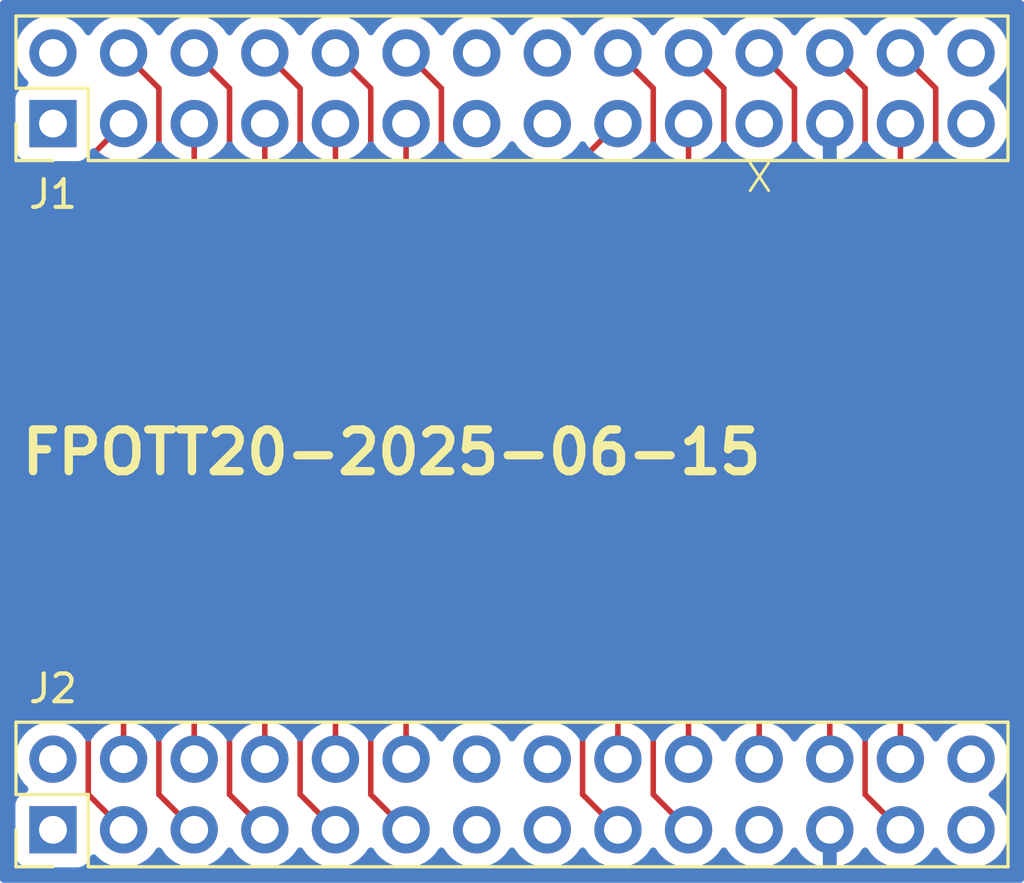
<source format=kicad_pcb>
(kicad_pcb (version 20221018) (generator pcbnew)
  (layers (0 "F.Cu" signal) (31 "B.Cu" signal) (34 "B.Paste" user) (35 "F.Paste" user) (36 "B.SilkS" user "B.Silkscreen") (37 "F.SilkS" user "F.Silkscreen") (38 "B.Mask" user) (39 "F.Mask" user) (44 "Edge.Cuts" user))
  (net 0 "")
  (net 3 "Net-(J1-Pin_3)")
  (net 4 "Net-(J1-Pin_4)")
  (net 5 "Net-(J1-Pin_5)")
  (net 6 "Net-(J1-Pin_6)")
  (net 7 "Net-(J1-Pin_7)")
  (net 8 "Net-(J1-Pin_8)")
  (net 9 "Net-(J1-Pin_9)")
  (net 10 "Net-(J1-Pin_10)")
  (net 11 "Net-(J1-Pin_11)")
  (net 12 "Net-(J1-Pin_12)")
  (net 17 "Net-(J1-Pin_17)")
  (net 18 "Net-(J1-Pin_18)")
  (net 19 "Net-(J1-Pin_19)")
  (net 20 "Net-(J1-Pin_20)")
  (net 22 "Net-(J1-Pin_22)")
  (net 23 "GND")
  (net 24 "Net-(J1-Pin_24)")
  (net 25 "Net-(J1-Pin_25)")
  (net 26 "Net-(J1-Pin_26)")
  (footprint "Connector_PinHeader_2.54mm:PinHeader_2x14_P2.54mm_Vertical" (layer "F.Cu") (at 2.54 30.48 90)
    (fp_text reference "J2" (at 5.08 0 180) (layer "F.SilkS"))
    (fp_text value "CPU")
    (fp_line (start -1.33 -1.33) (end 0 -1.33) (stroke (width 0.12)) (layer "F.SilkS"))
    (fp_line (start -1.33 0) (end -1.33 -1.33) (stroke (width 0.12)) (layer "F.SilkS"))
    (fp_line (start -1.33 1.27) (end -1.33 34.35) (stroke (width 0.12)) (layer "F.SilkS"))
    (fp_line (start -1.33 1.27) (end 1.27 1.27) (stroke (width 0.12)) (layer "F.SilkS"))
    (fp_line (start -1.33 34.35) (end 3.87 34.35) (stroke (width 0.12)) (layer "F.SilkS"))
    (fp_line (start 1.27 -1.33) (end 3.87 -1.33) (stroke (width 0.12)) (layer "F.SilkS"))
    (fp_line (start 1.27 1.27) (end 1.27 -1.33) (stroke (width 0.12)) (layer "F.SilkS"))
    (fp_line (start 3.87 -1.33) (end 3.87 34.35) (stroke (width 0.12)) (layer "F.SilkS"))
    (pad "1" thru_hole rect (at 0 0 90) (size 1.7 1.7) (drill 1) (layers "*.Cu" "*.Mask"))
    (pad "2" thru_hole oval (at 2.54 0 90) (size 1.7 1.7) (drill 1) (layers "*.Cu" "*.Mask"))
    (pad "3" thru_hole oval (at 0 2.54 90) (size 1.7 1.7) (drill 1) (layers "*.Cu" "*.Mask") (net 3 "Net-(J1-Pin_3)"))
    (pad "4" thru_hole oval (at 2.54 2.54 90) (size 1.7 1.7) (drill 1) (layers "*.Cu" "*.Mask") (net 4 "Net-(J1-Pin_4)"))
    (pad "5" thru_hole oval (at 0 5.08 90) (size 1.7 1.7) (drill 1) (layers "*.Cu" "*.Mask") (net 5 "Net-(J1-Pin_5)"))
    (pad "6" thru_hole oval (at 2.54 5.08 90) (size 1.7 1.7) (drill 1) (layers "*.Cu" "*.Mask") (net 6 "Net-(J1-Pin_6)"))
    (pad "7" thru_hole oval (at 0 7.62 90) (size 1.7 1.7) (drill 1) (layers "*.Cu" "*.Mask") (net 7 "Net-(J1-Pin_7)"))
    (pad "8" thru_hole oval (at 2.54 7.62 90) (size 1.7 1.7) (drill 1) (layers "*.Cu" "*.Mask") (net 8 "Net-(J1-Pin_8)"))
    (pad "9" thru_hole oval (at 0 10.16 90) (size 1.7 1.7) (drill 1) (layers "*.Cu" "*.Mask") (net 9 "Net-(J1-Pin_9)"))
    (pad "10" thru_hole oval (at 2.54 10.16 90) (size 1.7 1.7) (drill 1) (layers "*.Cu" "*.Mask") (net 10 "Net-(J1-Pin_10)"))
    (pad "11" thru_hole oval (at 0 12.7 90) (size 1.7 1.7) (drill 1) (layers "*.Cu" "*.Mask") (net 11 "Net-(J1-Pin_11)"))
    (pad "12" thru_hole oval (at 2.54 12.7 90) (size 1.7 1.7) (drill 1) (layers "*.Cu" "*.Mask") (net 12 "Net-(J1-Pin_12)"))
    (pad "13" thru_hole oval (at 0 15.24 90) (size 1.7 1.7) (drill 1) (layers "*.Cu" "*.Mask"))
    (pad "14" thru_hole oval (at 2.54 15.24 90) (size 1.7 1.7) (drill 1) (layers "*.Cu" "*.Mask"))
    (pad "15" thru_hole oval (at 0 17.78 90) (size 1.7 1.7) (drill 1) (layers "*.Cu" "*.Mask"))
    (pad "16" thru_hole oval (at 2.54 17.78 90) (size 1.7 1.7) (drill 1) (layers "*.Cu" "*.Mask"))
    (pad "17" thru_hole oval (at 0 20.32 90) (size 1.7 1.7) (drill 1) (layers "*.Cu" "*.Mask") (net 17 "Net-(J1-Pin_17)"))
    (pad "18" thru_hole oval (at 2.54 20.32 90) (size 1.7 1.7) (drill 1) (layers "*.Cu" "*.Mask") (net 18 "Net-(J1-Pin_18)"))
    (pad "19" thru_hole oval (at 0 22.86 90) (size 1.7 1.7) (drill 1) (layers "*.Cu" "*.Mask") (net 19 "Net-(J1-Pin_19)"))
    (pad "20" thru_hole oval (at 2.54 22.86 90) (size 1.7 1.7) (drill 1) (layers "*.Cu" "*.Mask") (net 20 "Net-(J1-Pin_20)"))
    (pad "21" thru_hole oval (at 0 25.4 90) (size 1.7 1.7) (drill 1) (layers "*.Cu" "*.Mask"))
    (pad "22" thru_hole oval (at 2.54 25.4 90) (size 1.7 1.7) (drill 1) (layers "*.Cu" "*.Mask") (net 22 "Net-(J1-Pin_22)"))
    (pad "23" thru_hole oval (at 0 27.94 90) (size 1.7 1.7) (drill 1) (layers "*.Cu" "*.Mask") (net 23 "GND"))
    (pad "24" thru_hole oval (at 2.54 27.94 90) (size 1.7 1.7) (drill 1) (layers "*.Cu" "*.Mask") (net 24 "Net-(J1-Pin_24)"))
    (pad "25" thru_hole oval (at 0 30.48 90) (size 1.7 1.7) (drill 1) (layers "*.Cu" "*.Mask") (net 25 "Net-(J1-Pin_25)"))
    (pad "26" thru_hole oval (at 2.54 30.48 90) (size 1.7 1.7) (drill 1) (layers "*.Cu" "*.Mask") (net 26 "Net-(J1-Pin_26)"))
    (pad "27" thru_hole oval (at 0 33.02 90) (size 1.7 1.7) (drill 1) (layers "*.Cu" "*.Mask"))
    (pad "28" thru_hole oval (at 2.54 33.02 90) (size 1.7 1.7) (drill 1) (layers "*.Cu" "*.Mask"))
  )
  (footprint "Connector_PinHeader_2.54mm:PinHeader_2x14_P2.54mm_Vertical" (layer "F.Cu") (at 2.54 5.08 90)
    (fp_text reference "J1" (at -2.54 0 180) (layer "F.SilkS"))
    (fp_text value "FPU")
    (fp_line (start -1.33 -1.33) (end 0 -1.33) (stroke (width 0.12)) (layer "F.SilkS"))
    (fp_line (start -1.33 0) (end -1.33 -1.33) (stroke (width 0.12)) (layer "F.SilkS"))
    (fp_line (start -1.33 1.27) (end -1.33 34.35) (stroke (width 0.12)) (layer "F.SilkS"))
    (fp_line (start -1.33 1.27) (end 1.27 1.27) (stroke (width 0.12)) (layer "F.SilkS"))
    (fp_line (start -1.33 34.35) (end 3.87 34.35) (stroke (width 0.12)) (layer "F.SilkS"))
    (fp_line (start 1.27 -1.33) (end 3.87 -1.33) (stroke (width 0.12)) (layer "F.SilkS"))
    (fp_line (start 1.27 1.27) (end 1.27 -1.33) (stroke (width 0.12)) (layer "F.SilkS"))
    (fp_line (start 3.87 -1.33) (end 3.87 34.35) (stroke (width 0.12)) (layer "F.SilkS"))
    (pad "1" thru_hole rect (at 0 0 90) (size 1.7 1.7) (drill 1) (layers "*.Cu" "*.Mask"))
    (pad "2" thru_hole oval (at 2.54 0 90) (size 1.7 1.7) (drill 1) (layers "*.Cu" "*.Mask"))
    (pad "3" thru_hole oval (at 0 2.54 90) (size 1.7 1.7) (drill 1) (layers "*.Cu" "*.Mask") (net 3 "Net-(J1-Pin_3)"))
    (pad "4" thru_hole oval (at 2.54 2.54 90) (size 1.7 1.7) (drill 1) (layers "*.Cu" "*.Mask") (net 4 "Net-(J1-Pin_4)"))
    (pad "5" thru_hole oval (at 0 5.08 90) (size 1.7 1.7) (drill 1) (layers "*.Cu" "*.Mask") (net 5 "Net-(J1-Pin_5)"))
    (pad "6" thru_hole oval (at 2.54 5.08 90) (size 1.7 1.7) (drill 1) (layers "*.Cu" "*.Mask") (net 6 "Net-(J1-Pin_6)"))
    (pad "7" thru_hole oval (at 0 7.62 90) (size 1.7 1.7) (drill 1) (layers "*.Cu" "*.Mask") (net 7 "Net-(J1-Pin_7)"))
    (pad "8" thru_hole oval (at 2.54 7.62 90) (size 1.7 1.7) (drill 1) (layers "*.Cu" "*.Mask") (net 8 "Net-(J1-Pin_8)"))
    (pad "9" thru_hole oval (at 0 10.16 90) (size 1.7 1.7) (drill 1) (layers "*.Cu" "*.Mask") (net 9 "Net-(J1-Pin_9)"))
    (pad "10" thru_hole oval (at 2.54 10.16 90) (size 1.7 1.7) (drill 1) (layers "*.Cu" "*.Mask") (net 10 "Net-(J1-Pin_10)"))
    (pad "11" thru_hole oval (at 0 12.7 90) (size 1.7 1.7) (drill 1) (layers "*.Cu" "*.Mask") (net 11 "Net-(J1-Pin_11)"))
    (pad "12" thru_hole oval (at 2.54 12.7 90) (size 1.7 1.7) (drill 1) (layers "*.Cu" "*.Mask") (net 12 "Net-(J1-Pin_12)"))
    (pad "13" thru_hole oval (at 0 15.24 90) (size 1.7 1.7) (drill 1) (layers "*.Cu" "*.Mask"))
    (pad "14" thru_hole oval (at 2.54 15.24 90) (size 1.7 1.7) (drill 1) (layers "*.Cu" "*.Mask"))
    (pad "15" thru_hole oval (at 0 17.78 90) (size 1.7 1.7) (drill 1) (layers "*.Cu" "*.Mask"))
    (pad "16" thru_hole oval (at 2.54 17.78 90) (size 1.7 1.7) (drill 1) (layers "*.Cu" "*.Mask"))
    (pad "17" thru_hole oval (at 0 20.32 90) (size 1.7 1.7) (drill 1) (layers "*.Cu" "*.Mask") (net 17 "Net-(J1-Pin_17)"))
    (pad "18" thru_hole oval (at 2.54 20.32 90) (size 1.7 1.7) (drill 1) (layers "*.Cu" "*.Mask") (net 18 "Net-(J1-Pin_18)"))
    (pad "19" thru_hole oval (at 0 22.86 90) (size 1.7 1.7) (drill 1) (layers "*.Cu" "*.Mask") (net 19 "Net-(J1-Pin_19)"))
    (pad "20" thru_hole oval (at 2.54 22.86 90) (size 1.7 1.7) (drill 1) (layers "*.Cu" "*.Mask") (net 20 "Net-(J1-Pin_20)"))
    (pad "21" thru_hole oval (at 0 25.4 90) (size 1.7 1.7) (drill 1) (layers "*.Cu" "*.Mask"))
    (pad "22" thru_hole oval (at 2.54 25.4 90) (size 1.7 1.7) (drill 1) (layers "*.Cu" "*.Mask") (net 22 "Net-(J1-Pin_22)"))
    (pad "23" thru_hole oval (at 0 27.94 90) (size 1.7 1.7) (drill 1) (layers "*.Cu" "*.Mask") (net 23 "GND"))
    (pad "24" thru_hole oval (at 2.54 27.94 90) (size 1.7 1.7) (drill 1) (layers "*.Cu" "*.Mask") (net 24 "Net-(J1-Pin_24)"))
    (pad "25" thru_hole oval (at 0 30.48 90) (size 1.7 1.7) (drill 1) (layers "*.Cu" "*.Mask") (net 25 "Net-(J1-Pin_25)"))
    (pad "26" thru_hole oval (at 2.54 30.48 90) (size 1.7 1.7) (drill 1) (layers "*.Cu" "*.Mask") (net 26 "Net-(J1-Pin_26)"))
    (pad "27" thru_hole oval (at 0 33.02 90) (size 1.7 1.7) (drill 1) (layers "*.Cu" "*.Mask"))
    (pad "28" thru_hole oval (at 2.54 33.02 90) (size 1.7 1.7) (drill 1) (layers "*.Cu" "*.Mask"))
  )
  (gr_text "X" (at 27.4066 7.62) (layer "F.SilkS") (effects (font (size 1 1) (thickness 0.1)) (justify left bottom)))
  (gr_text "FPOTT20-2025-06-15" (at 1.27 17.78) (layer "F.SilkS") (effects (font (size 1.5 1.5) (thickness 0.3) bold) (justify left bottom)))
  (segment (start 3.81 29.21) (end 3.81 6.35) (width 0.2) (layer "F.Cu") (net 3))
  (segment (start 5.08 30.48) (end 3.81 29.21) (width 0.2) (layer "F.Cu") (net 3))
  (segment (start 3.81 6.35) (end 5.08 5.08) (width 0.2) (layer "F.Cu") (net 3))
  (segment (start 5.08 2.54) (end 6.35 3.81) (width 0.2) (layer "F.Cu") (net 4))
  (segment (start 5.08 27.94) (end 5.08 7.62) (width 0.2) (layer "F.Cu") (net 4))
  (segment (start 6.35 3.81) (end 6.35 6.35) (width 0.2) (layer "F.Cu") (net 4))
  (segment (start 5.08 7.62) (end 6.35 6.35) (width 0.2) (layer "F.Cu") (net 4))
  (segment (start 6.35 8.89) (end 7.62 7.62) (width 0.2) (layer "F.Cu") (net 5))
  (segment (start 7.62 30.48) (end 6.35 29.21) (width 0.2) (layer "F.Cu") (net 5))
  (segment (start 6.35 29.21) (end 6.35 8.89) (width 0.2) (layer "F.Cu") (net 5))
  (segment (start 7.62 7.62) (end 7.62 5.08) (width 0.2) (layer "F.Cu") (net 5))
  (segment (start 8.89 3.81) (end 7.62 2.54) (width 0.2) (layer "F.Cu") (net 6))
  (segment (start 8.89 8.89) (end 8.89 3.81) (width 0.2) (layer "F.Cu") (net 6))
  (segment (start 7.62 10.16) (end 8.89 8.89) (width 0.2) (layer "F.Cu") (net 6))
  (segment (start 7.62 27.94) (end 7.62 10.16) (width 0.2) (layer "F.Cu") (net 6))
  (segment (start 10.16 10.16) (end 8.89 11.43) (width 0.2) (layer "F.Cu") (net 7))
  (segment (start 8.89 29.21) (end 10.16 30.48) (width 0.2) (layer "F.Cu") (net 7))
  (segment (start 8.89 11.43) (end 8.89 29.21) (width 0.2) (layer "F.Cu") (net 7))
  (segment (start 10.16 5.08) (end 10.16 10.16) (width 0.2) (layer "F.Cu") (net 7))
  (segment (start 11.43 11.43) (end 10.16 12.7) (width 0.2) (layer "F.Cu") (net 8))
  (segment (start 10.16 12.7) (end 10.16 27.94) (width 0.2) (layer "F.Cu") (net 8))
  (segment (start 10.16 2.54) (end 11.43 3.81) (width 0.2) (layer "F.Cu") (net 8))
  (segment (start 11.43 3.81) (end 11.43 11.43) (width 0.2) (layer "F.Cu") (net 8))
  (segment (start 11.43 29.21) (end 12.7 30.48) (width 0.2) (layer "F.Cu") (net 9))
  (segment (start 11.43 13.97) (end 11.43 29.21) (width 0.2) (layer "F.Cu") (net 9))
  (segment (start 12.7 5.08) (end 12.7 12.7) (width 0.2) (layer "F.Cu") (net 9))
  (segment (start 12.7 12.7) (end 11.43 13.97) (width 0.2) (layer "F.Cu") (net 9))
  (segment (start 13.97 13.97) (end 12.7 15.24) (width 0.2) (layer "F.Cu") (net 10))
  (segment (start 13.97 3.81) (end 13.97 13.97) (width 0.2) (layer "F.Cu") (net 10))
  (segment (start 12.7 2.54) (end 13.97 3.81) (width 0.2) (layer "F.Cu") (net 10))
  (segment (start 12.7 15.24) (end 12.7 27.94) (width 0.2) (layer "F.Cu") (net 10))
  (segment (start 15.24 5.08) (end 15.24 15.24) (width 0.2) (layer "F.Cu") (net 11))
  (segment (start 15.24 15.24) (end 13.97 16.51) (width 0.2) (layer "F.Cu") (net 11))
  (segment (start 13.97 29.21) (end 15.24 30.48) (width 0.2) (layer "F.Cu") (net 11))
  (segment (start 13.97 16.51) (end 13.97 29.21) (width 0.2) (layer "F.Cu") (net 11))
  (segment (start 15.24 17.78) (end 15.24 27.94) (width 0.2) (layer "F.Cu") (net 12))
  (segment (start 15.24 2.54) (end 16.51 3.81) (width 0.2) (layer "F.Cu") (net 12))
  (segment (start 16.51 16.51) (end 15.24 17.78) (width 0.2) (layer "F.Cu") (net 12))
  (segment (start 16.51 3.81) (end 16.51 16.51) (width 0.2) (layer "F.Cu") (net 12))
  (segment (start 21.59 29.21) (end 22.86 30.48) (width 0.2) (layer "F.Cu") (net 17))
  (segment (start 21.59 6.35) (end 21.59 29.21) (width 0.2) (layer "F.Cu") (net 17))
  (segment (start 22.86 5.08) (end 21.59 6.35) (width 0.2) (layer "F.Cu") (net 17))
  (segment (start 24.13 3.81) (end 24.13 6.35) (width 0.2) (layer "F.Cu") (net 18))
  (segment (start 24.13 6.35) (end 22.86 7.62) (width 0.2) (layer "F.Cu") (net 18))
  (segment (start 22.86 2.54) (end 24.13 3.81) (width 0.2) (layer "F.Cu") (net 18))
  (segment (start 22.86 7.62) (end 22.86 27.94) (width 0.2) (layer "F.Cu") (net 18))
  (segment (start 24.13 8.89) (end 24.13 29.21) (width 0.2) (layer "F.Cu") (net 19))
  (segment (start 24.13 29.21) (end 25.4 30.48) (width 0.2) (layer "F.Cu") (net 19))
  (segment (start 25.4 7.62) (end 24.13 8.89) (width 0.2) (layer "F.Cu") (net 19))
  (segment (start 25.4 5.08) (end 25.4 7.62) (width 0.2) (layer "F.Cu") (net 19))
  (segment (start 25.4 2.54) (end 26.67 3.81) (width 0.2) (layer "F.Cu") (net 20))
  (segment (start 26.67 8.89) (end 25.4 10.16) (width 0.2) (layer "F.Cu") (net 20))
  (segment (start 26.67 3.81) (end 26.67 8.89) (width 0.2) (layer "F.Cu") (net 20))
  (segment (start 25.4 10.16) (end 25.4 27.94) (width 0.2) (layer "F.Cu") (net 20))
  (segment (start 27.94 11.43) (end 27.94 27.94) (width 0.2) (layer "F.Cu") (net 22))
  (segment (start 29.21 3.81) (end 29.21 10.16) (width 0.2) (layer "F.Cu") (net 22))
  (segment (start 27.94 2.54) (end 29.21 3.81) (width 0.2) (layer "F.Cu") (net 22))
  (segment (start 29.21 10.16) (end 27.94 11.43) (width 0.2) (layer "F.Cu") (net 22))
  (segment (start 30.48 12.7) (end 30.48 27.94) (width 0.2) (layer "F.Cu") (net 24))
  (segment (start 31.75 3.81) (end 31.75 11.43) (width 0.2) (layer "F.Cu") (net 24))
  (segment (start 31.75 11.43) (end 30.48 12.7) (width 0.2) (layer "F.Cu") (net 24))
  (segment (start 30.48 2.54) (end 31.75 3.81) (width 0.2) (layer "F.Cu") (net 24))
  (segment (start 31.75 29.21) (end 33.02 30.48) (width 0.2) (layer "F.Cu") (net 25))
  (segment (start 33.02 5.08) (end 33.02 12.7) (width 0.2) (layer "F.Cu") (net 25))
  (segment (start 33.02 12.7) (end 31.75 13.97) (width 0.2) (layer "F.Cu") (net 25))
  (segment (start 31.75 13.97) (end 31.75 29.21) (width 0.2) (layer "F.Cu") (net 25))
  (segment (start 33.02 2.54) (end 34.29 3.81) (width 0.2) (layer "F.Cu") (net 26))
  (segment (start 33.02 15.24) (end 33.02 27.94) (width 0.2) (layer "F.Cu") (net 26))
  (segment (start 34.29 3.81) (end 34.29 13.97) (width 0.2) (layer "F.Cu") (net 26))
  (segment (start 34.29 13.97) (end 33.02 15.24) (width 0.2) (layer "F.Cu") (net 26))
  (zone (net 23) (net_name "GND") (layer "B.Cu") (priority 1) (connect_pads (clearance 0.5)) (min_thickness 0.25) (fill yes (thermal_gap 0.5) (thermal_bridge_width 0.5))
    (polygon (pts (xy 37.465 0.635) (xy 37.465 32.385) (xy 0.635 32.385) (xy 0.635 0.635)))
  )
)
</source>
